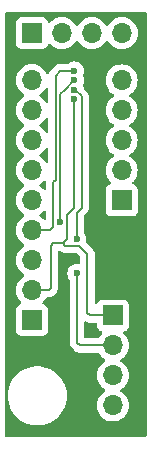
<source format=gtl>
%TF.GenerationSoftware,KiCad,Pcbnew,8.0.5*%
%TF.CreationDate,2024-12-11T17:42:57+10:00*%
%TF.ProjectId,solarRadiationShield,736f6c61-7252-4616-9469-6174696f6e53,rev?*%
%TF.SameCoordinates,Original*%
%TF.FileFunction,Copper,L1,Top*%
%TF.FilePolarity,Positive*%
%FSLAX46Y46*%
G04 Gerber Fmt 4.6, Leading zero omitted, Abs format (unit mm)*
G04 Created by KiCad (PCBNEW 8.0.5) date 2024-12-11 17:42:57*
%MOMM*%
%LPD*%
G01*
G04 APERTURE LIST*
%TA.AperFunction,ComponentPad*%
%ADD10R,1.700000X1.700000*%
%TD*%
%TA.AperFunction,ComponentPad*%
%ADD11O,1.700000X1.700000*%
%TD*%
%TA.AperFunction,ViaPad*%
%ADD12C,0.600000*%
%TD*%
%TA.AperFunction,Conductor*%
%ADD13C,0.200000*%
%TD*%
%ADD14C,0.300000*%
%ADD15C,0.350000*%
G04 APERTURE END LIST*
D10*
%TO.P,INSIG1,1,Pin_1*%
%TO.N,+3.3V*%
X126600000Y-77775000D03*
D11*
%TO.P,INSIG1,2,Pin_2*%
%TO.N,GND*%
X129140000Y-77775000D03*
%TO.P,INSIG1,3,Pin_3*%
%TO.N,SDA*%
X131680000Y-77775000D03*
%TO.P,INSIG1,4,Pin_4*%
%TO.N,SCL*%
X134220000Y-77775000D03*
%TD*%
D10*
%TO.P,AHT20,1,Pin_1*%
%TO.N,+3.3V*%
X133450000Y-101675000D03*
D11*
%TO.P,AHT20,2,Pin_2*%
%TO.N,GND*%
X133450000Y-104215000D03*
%TO.P,AHT20,3,Pin_3*%
%TO.N,SCL*%
X133450000Y-106755000D03*
%TO.P,AHT20,4,Pin_4*%
%TO.N,SDA*%
X133450000Y-109295000D03*
%TD*%
D10*
%TO.P,lpsExtraFunc1,1,Pin_1*%
%TO.N,VDD*%
X134200000Y-91925000D03*
D11*
%TO.P,lpsExtraFunc1,2,Pin_2*%
%TO.N,SDO{slash}SA0*%
X134200000Y-89385000D03*
%TO.P,lpsExtraFunc1,3,Pin_3*%
%TO.N,CS*%
X134200000Y-86845000D03*
%TO.P,lpsExtraFunc1,4,Pin_4*%
%TO.N,INT2*%
X134200000Y-84305000D03*
%TO.P,lpsExtraFunc1,5,Pin_5*%
%TO.N,INT1*%
X134200000Y-81765000D03*
%TD*%
D10*
%TO.P,LPS331AP1,1,Pin_1*%
%TO.N,VDD*%
X126600000Y-102075000D03*
D11*
%TO.P,LPS331AP1,2,Pin_2*%
%TO.N,+3.3V*%
X126600000Y-99535000D03*
%TO.P,LPS331AP1,3,Pin_3*%
%TO.N,GND*%
X126600000Y-96995000D03*
%TO.P,LPS331AP1,4,Pin_4*%
%TO.N,SDA*%
X126600000Y-94455000D03*
%TO.P,LPS331AP1,5,Pin_5*%
%TO.N,SCL*%
X126600000Y-91915000D03*
%TO.P,LPS331AP1,6,Pin_6*%
%TO.N,SDO{slash}SA0*%
X126600000Y-89375000D03*
%TO.P,LPS331AP1,7,Pin_7*%
%TO.N,CS*%
X126600000Y-86835000D03*
%TO.P,LPS331AP1,8,Pin_8*%
%TO.N,INT2*%
X126600000Y-84295000D03*
%TO.P,LPS331AP1,9,Pin_9*%
%TO.N,INT1*%
X126600000Y-81755000D03*
%TD*%
D12*
%TO.N,SDA*%
X130200000Y-80975000D03*
%TO.N,+3.3V*%
X130200000Y-83375000D03*
%TO.N,SCL*%
X129000000Y-93775000D03*
X130200000Y-81775000D03*
%TO.N,GND*%
X130400000Y-95175000D03*
X130400000Y-98115000D03*
X130200000Y-82575000D03*
%TD*%
D13*
%TO.N,SDA*%
X130200000Y-80975000D02*
X129000000Y-80975000D01*
X128600000Y-81375000D02*
X128600000Y-90175000D01*
X128400000Y-94175000D02*
X128120000Y-94455000D01*
X129000000Y-80975000D02*
X128600000Y-81375000D01*
X128600000Y-90175000D02*
X128400000Y-90375000D01*
X128400000Y-90375000D02*
X128400000Y-94175000D01*
X128120000Y-94455000D02*
X126600000Y-94455000D01*
%TO.N,+3.3V*%
X130200000Y-83375000D02*
X130200000Y-92575000D01*
X131500000Y-101675000D02*
X131300000Y-101475000D01*
X128400000Y-95575000D02*
X128200000Y-95775000D01*
X129200000Y-95575000D02*
X128400000Y-95575000D01*
X128040000Y-99535000D02*
X128200000Y-99375000D01*
X126600000Y-99535000D02*
X128040000Y-99535000D01*
X129600000Y-95175000D02*
X129600000Y-93175000D01*
X129200000Y-95575000D02*
X129400000Y-95775000D01*
X128200000Y-95775000D02*
X128200000Y-99375000D01*
X129200000Y-95575000D02*
X129600000Y-95175000D01*
X130600000Y-95775000D02*
X131300000Y-96475000D01*
X129600000Y-93175000D02*
X130200000Y-92575000D01*
X133450000Y-101675000D02*
X131500000Y-101675000D01*
X129400000Y-95775000D02*
X130600000Y-95775000D01*
X131300000Y-101475000D02*
X131300000Y-96475000D01*
%TO.N,SCL*%
X130151471Y-81775000D02*
X129375735Y-82550735D01*
X129375735Y-82550735D02*
X129000000Y-82926470D01*
X129000000Y-82926470D02*
X129000000Y-93775000D01*
X130200000Y-81775000D02*
X130151471Y-81775000D01*
%TO.N,GND*%
X130400000Y-92975000D02*
X130800000Y-92575000D01*
X130248529Y-82575000D02*
X130800000Y-83126471D01*
X130200000Y-82575000D02*
X130248529Y-82575000D01*
X130400000Y-95175000D02*
X130400000Y-92975000D01*
X130640000Y-104215000D02*
X130400000Y-103975000D01*
X133450000Y-104215000D02*
X130640000Y-104215000D01*
X130400000Y-98115000D02*
X130400000Y-103975000D01*
X130800000Y-83126471D02*
X130800000Y-92575000D01*
%TO.N,CS*%
X134190000Y-86835000D02*
X134200000Y-86845000D01*
%TO.N,INT1*%
X134190000Y-81755000D02*
X134200000Y-81765000D01*
%TO.N,SDO{slash}SA0*%
X134190000Y-89375000D02*
X134200000Y-89385000D01*
%TO.N,INT2*%
X134190000Y-84295000D02*
X134200000Y-84305000D01*
%TD*%
%TA.AperFunction,NonConductor*%
G36*
X136242539Y-75995185D02*
G01*
X136288294Y-76047989D01*
X136299500Y-76099500D01*
X136299500Y-111850500D01*
X136279815Y-111917539D01*
X136227011Y-111963294D01*
X136175500Y-111974500D01*
X124424500Y-111974500D01*
X124357461Y-111954815D01*
X124311706Y-111902011D01*
X124300500Y-111850500D01*
X124300500Y-108541586D01*
X124318955Y-108478737D01*
X124525538Y-108478737D01*
X124543477Y-108506651D01*
X124548255Y-108533800D01*
X124564310Y-108789004D01*
X124564311Y-108789011D01*
X124623270Y-109098083D01*
X124720497Y-109397316D01*
X124720499Y-109397321D01*
X124854461Y-109682003D01*
X124854464Y-109682009D01*
X125023051Y-109947661D01*
X125023054Y-109947665D01*
X125223606Y-110190090D01*
X125223608Y-110190092D01*
X125452968Y-110405476D01*
X125452978Y-110405484D01*
X125707504Y-110590408D01*
X125707509Y-110590410D01*
X125707516Y-110590416D01*
X125983234Y-110741994D01*
X125983239Y-110741996D01*
X125983241Y-110741997D01*
X125983242Y-110741998D01*
X126275771Y-110857818D01*
X126275774Y-110857819D01*
X126580523Y-110936065D01*
X126580527Y-110936066D01*
X126646010Y-110944338D01*
X126892670Y-110975499D01*
X126892679Y-110975499D01*
X126892682Y-110975500D01*
X126892684Y-110975500D01*
X127207316Y-110975500D01*
X127207318Y-110975500D01*
X127207321Y-110975499D01*
X127207329Y-110975499D01*
X127393593Y-110951968D01*
X127519473Y-110936066D01*
X127824225Y-110857819D01*
X127824228Y-110857818D01*
X128116757Y-110741998D01*
X128116758Y-110741997D01*
X128116756Y-110741997D01*
X128116766Y-110741994D01*
X128392484Y-110590416D01*
X128647030Y-110405478D01*
X128876390Y-110190094D01*
X129076947Y-109947663D01*
X129245537Y-109682007D01*
X129379503Y-109397315D01*
X129476731Y-109098079D01*
X129535688Y-108789015D01*
X129539916Y-108721810D01*
X129555444Y-108475005D01*
X129555444Y-108474994D01*
X129535689Y-108160995D01*
X129535688Y-108160988D01*
X129535688Y-108160985D01*
X129476731Y-107851921D01*
X129379503Y-107552685D01*
X129245537Y-107267993D01*
X129076947Y-107002337D01*
X129067083Y-106990413D01*
X128876393Y-106759909D01*
X128876391Y-106759907D01*
X128647031Y-106544523D01*
X128647021Y-106544515D01*
X128392495Y-106359591D01*
X128392488Y-106359586D01*
X128392484Y-106359584D01*
X128116766Y-106208006D01*
X128116763Y-106208004D01*
X128116758Y-106208002D01*
X128116757Y-106208001D01*
X127824228Y-106092181D01*
X127824225Y-106092180D01*
X127519476Y-106013934D01*
X127519463Y-106013932D01*
X127207329Y-105974500D01*
X127207318Y-105974500D01*
X126892682Y-105974500D01*
X126892670Y-105974500D01*
X126580536Y-106013932D01*
X126580523Y-106013934D01*
X126275774Y-106092180D01*
X126275771Y-106092181D01*
X125983242Y-106208001D01*
X125983241Y-106208002D01*
X125707516Y-106359584D01*
X125707504Y-106359591D01*
X125452978Y-106544515D01*
X125452968Y-106544523D01*
X125223608Y-106759907D01*
X125223606Y-106759909D01*
X125023054Y-107002334D01*
X125023051Y-107002338D01*
X124854464Y-107267990D01*
X124854461Y-107267996D01*
X124720499Y-107552678D01*
X124720497Y-107552683D01*
X124623270Y-107851916D01*
X124564311Y-108160988D01*
X124564310Y-108160995D01*
X124548255Y-108416199D01*
X124525538Y-108478737D01*
X124318955Y-108478737D01*
X124320185Y-108474547D01*
X124323533Y-108471645D01*
X124303564Y-108435808D01*
X124300500Y-108408413D01*
X124300500Y-81754999D01*
X125244341Y-81754999D01*
X125244341Y-81755000D01*
X125264936Y-81990403D01*
X125264938Y-81990413D01*
X125326094Y-82218655D01*
X125326096Y-82218659D01*
X125326097Y-82218663D01*
X125408670Y-82395741D01*
X125425965Y-82432830D01*
X125425967Y-82432834D01*
X125534281Y-82587521D01*
X125561501Y-82626396D01*
X125561506Y-82626402D01*
X125728597Y-82793493D01*
X125728603Y-82793498D01*
X125914158Y-82923425D01*
X125957783Y-82978002D01*
X125964977Y-83047500D01*
X125933454Y-83109855D01*
X125914158Y-83126575D01*
X125728597Y-83256505D01*
X125561505Y-83423597D01*
X125425965Y-83617169D01*
X125425964Y-83617171D01*
X125326098Y-83831335D01*
X125326094Y-83831344D01*
X125264938Y-84059586D01*
X125264936Y-84059596D01*
X125244341Y-84294999D01*
X125244341Y-84295000D01*
X125264936Y-84530403D01*
X125264938Y-84530413D01*
X125326094Y-84758655D01*
X125326096Y-84758659D01*
X125326097Y-84758663D01*
X125417040Y-84953691D01*
X125425965Y-84972830D01*
X125425967Y-84972834D01*
X125534281Y-85127521D01*
X125561501Y-85166396D01*
X125561506Y-85166402D01*
X125728597Y-85333493D01*
X125728603Y-85333498D01*
X125914158Y-85463425D01*
X125957783Y-85518002D01*
X125964977Y-85587500D01*
X125933454Y-85649855D01*
X125914158Y-85666575D01*
X125728597Y-85796505D01*
X125561505Y-85963597D01*
X125425965Y-86157169D01*
X125425964Y-86157171D01*
X125326098Y-86371335D01*
X125326094Y-86371344D01*
X125264938Y-86599586D01*
X125264936Y-86599596D01*
X125244341Y-86834999D01*
X125244341Y-86835000D01*
X125264936Y-87070403D01*
X125264938Y-87070413D01*
X125326094Y-87298655D01*
X125326096Y-87298659D01*
X125326097Y-87298663D01*
X125417040Y-87493691D01*
X125425965Y-87512830D01*
X125425967Y-87512834D01*
X125534281Y-87667521D01*
X125561501Y-87706396D01*
X125561506Y-87706402D01*
X125728597Y-87873493D01*
X125728603Y-87873498D01*
X125914158Y-88003425D01*
X125957783Y-88058002D01*
X125964977Y-88127500D01*
X125933454Y-88189855D01*
X125914158Y-88206575D01*
X125728597Y-88336505D01*
X125561505Y-88503597D01*
X125425965Y-88697169D01*
X125425964Y-88697171D01*
X125326098Y-88911335D01*
X125326094Y-88911344D01*
X125264938Y-89139586D01*
X125264936Y-89139596D01*
X125244341Y-89374999D01*
X125244341Y-89375000D01*
X125264936Y-89610403D01*
X125264938Y-89610413D01*
X125326094Y-89838655D01*
X125326096Y-89838659D01*
X125326097Y-89838663D01*
X125330761Y-89848664D01*
X125425965Y-90052830D01*
X125425967Y-90052834D01*
X125561501Y-90246395D01*
X125561506Y-90246402D01*
X125728597Y-90413493D01*
X125728603Y-90413498D01*
X125914158Y-90543425D01*
X125957783Y-90598002D01*
X125964977Y-90667500D01*
X125933454Y-90729855D01*
X125914158Y-90746575D01*
X125728597Y-90876505D01*
X125561505Y-91043597D01*
X125425965Y-91237169D01*
X125425964Y-91237171D01*
X125326098Y-91451335D01*
X125326094Y-91451344D01*
X125264938Y-91679586D01*
X125264936Y-91679596D01*
X125244341Y-91914999D01*
X125244341Y-91915000D01*
X125264936Y-92150403D01*
X125264938Y-92150413D01*
X125326094Y-92378655D01*
X125326096Y-92378659D01*
X125326097Y-92378663D01*
X125400500Y-92538220D01*
X125425965Y-92592830D01*
X125425967Y-92592834D01*
X125561501Y-92786395D01*
X125561506Y-92786402D01*
X125728597Y-92953493D01*
X125728603Y-92953498D01*
X125914158Y-93083425D01*
X125957783Y-93138002D01*
X125964977Y-93207500D01*
X125933454Y-93269855D01*
X125914158Y-93286575D01*
X125728597Y-93416505D01*
X125561505Y-93583597D01*
X125425965Y-93777169D01*
X125425964Y-93777171D01*
X125326098Y-93991335D01*
X125326094Y-93991344D01*
X125264938Y-94219586D01*
X125264936Y-94219596D01*
X125244341Y-94454999D01*
X125244341Y-94455000D01*
X125264936Y-94690403D01*
X125264938Y-94690413D01*
X125326094Y-94918655D01*
X125326096Y-94918659D01*
X125326097Y-94918663D01*
X125389906Y-95055501D01*
X125425965Y-95132830D01*
X125425967Y-95132834D01*
X125561501Y-95326395D01*
X125561506Y-95326402D01*
X125728597Y-95493493D01*
X125728603Y-95493498D01*
X125914158Y-95623425D01*
X125957783Y-95678002D01*
X125964977Y-95747500D01*
X125933454Y-95809855D01*
X125914158Y-95826575D01*
X125728597Y-95956505D01*
X125561505Y-96123597D01*
X125425965Y-96317169D01*
X125425964Y-96317171D01*
X125326098Y-96531335D01*
X125326094Y-96531344D01*
X125264938Y-96759586D01*
X125264936Y-96759596D01*
X125244341Y-96994999D01*
X125244341Y-96995000D01*
X125264936Y-97230403D01*
X125264938Y-97230413D01*
X125326094Y-97458655D01*
X125326096Y-97458659D01*
X125326097Y-97458663D01*
X125338464Y-97485184D01*
X125425965Y-97672830D01*
X125425967Y-97672834D01*
X125561501Y-97866395D01*
X125561506Y-97866402D01*
X125728597Y-98033493D01*
X125728603Y-98033498D01*
X125914158Y-98163425D01*
X125957783Y-98218002D01*
X125964977Y-98287500D01*
X125933454Y-98349855D01*
X125914158Y-98366575D01*
X125728597Y-98496505D01*
X125561505Y-98663597D01*
X125425965Y-98857169D01*
X125425964Y-98857171D01*
X125326098Y-99071335D01*
X125326094Y-99071344D01*
X125264938Y-99299586D01*
X125264936Y-99299596D01*
X125244341Y-99534999D01*
X125244341Y-99535000D01*
X125264936Y-99770403D01*
X125264938Y-99770413D01*
X125326094Y-99998655D01*
X125326096Y-99998659D01*
X125326097Y-99998663D01*
X125389906Y-100135501D01*
X125425965Y-100212830D01*
X125425967Y-100212834D01*
X125504157Y-100324500D01*
X125561501Y-100406396D01*
X125561506Y-100406402D01*
X125683430Y-100528326D01*
X125716915Y-100589649D01*
X125711931Y-100659341D01*
X125670059Y-100715274D01*
X125639083Y-100732189D01*
X125507669Y-100781203D01*
X125507664Y-100781206D01*
X125392455Y-100867452D01*
X125392452Y-100867455D01*
X125306206Y-100982664D01*
X125306202Y-100982671D01*
X125255908Y-101117517D01*
X125249501Y-101177116D01*
X125249501Y-101177123D01*
X125249500Y-101177135D01*
X125249500Y-102972870D01*
X125249501Y-102972876D01*
X125255908Y-103032483D01*
X125306202Y-103167328D01*
X125306206Y-103167335D01*
X125392452Y-103282544D01*
X125392455Y-103282547D01*
X125507664Y-103368793D01*
X125507671Y-103368797D01*
X125642517Y-103419091D01*
X125642516Y-103419091D01*
X125649444Y-103419835D01*
X125702127Y-103425500D01*
X127497872Y-103425499D01*
X127557483Y-103419091D01*
X127692331Y-103368796D01*
X127807546Y-103282546D01*
X127893796Y-103167331D01*
X127944091Y-103032483D01*
X127950500Y-102972873D01*
X127950499Y-101177128D01*
X127944091Y-101117517D01*
X127893796Y-100982669D01*
X127893795Y-100982668D01*
X127893793Y-100982664D01*
X127807547Y-100867455D01*
X127807544Y-100867452D01*
X127692335Y-100781206D01*
X127692328Y-100781202D01*
X127560917Y-100732189D01*
X127504983Y-100690318D01*
X127480566Y-100624853D01*
X127495418Y-100556580D01*
X127516563Y-100528332D01*
X127638495Y-100406401D01*
X127774035Y-100212830D01*
X127776707Y-100207097D01*
X127822878Y-100154658D01*
X127889091Y-100135500D01*
X127953331Y-100135500D01*
X127953347Y-100135501D01*
X127960943Y-100135501D01*
X128119054Y-100135501D01*
X128119057Y-100135501D01*
X128271785Y-100094577D01*
X128321904Y-100065639D01*
X128408716Y-100015520D01*
X128520520Y-99903716D01*
X128520520Y-99903714D01*
X128530728Y-99893507D01*
X128530730Y-99893504D01*
X128558506Y-99865728D01*
X128558511Y-99865724D01*
X128568714Y-99855520D01*
X128568716Y-99855520D01*
X128680520Y-99743716D01*
X128755375Y-99614063D01*
X128755378Y-99614058D01*
X128759575Y-99606788D01*
X128759577Y-99606785D01*
X128800500Y-99454057D01*
X128800500Y-99295943D01*
X128800500Y-96324098D01*
X128820185Y-96257059D01*
X128872989Y-96211304D01*
X128942147Y-96201360D01*
X129005703Y-96230385D01*
X129012181Y-96236417D01*
X129031284Y-96255520D01*
X129031286Y-96255521D01*
X129031290Y-96255524D01*
X129168209Y-96334573D01*
X129168216Y-96334577D01*
X129320943Y-96375501D01*
X129320945Y-96375501D01*
X129486654Y-96375501D01*
X129486670Y-96375500D01*
X130299903Y-96375500D01*
X130366942Y-96395185D01*
X130387584Y-96411819D01*
X130663181Y-96687416D01*
X130696666Y-96748739D01*
X130699500Y-96775097D01*
X130699500Y-97204424D01*
X130679815Y-97271463D01*
X130627011Y-97317218D01*
X130561617Y-97327644D01*
X130400004Y-97309435D01*
X130399996Y-97309435D01*
X130220750Y-97329630D01*
X130220745Y-97329631D01*
X130050476Y-97389211D01*
X129897737Y-97485184D01*
X129770184Y-97612737D01*
X129674211Y-97765476D01*
X129614631Y-97935745D01*
X129614630Y-97935750D01*
X129594435Y-98114996D01*
X129594435Y-98115003D01*
X129614630Y-98294249D01*
X129614631Y-98294254D01*
X129674211Y-98464523D01*
X129770185Y-98617263D01*
X129772445Y-98620097D01*
X129773334Y-98622275D01*
X129773889Y-98623158D01*
X129773734Y-98623255D01*
X129798855Y-98684783D01*
X129799500Y-98697412D01*
X129799500Y-103888330D01*
X129799499Y-103888348D01*
X129799499Y-104054054D01*
X129799498Y-104054054D01*
X129840423Y-104206785D01*
X129845166Y-104215000D01*
X129919477Y-104343712D01*
X129919481Y-104343717D01*
X130038349Y-104462585D01*
X130038355Y-104462590D01*
X130155139Y-104579374D01*
X130155149Y-104579385D01*
X130159479Y-104583715D01*
X130159480Y-104583716D01*
X130271284Y-104695520D01*
X130358095Y-104745639D01*
X130358097Y-104745641D01*
X130408213Y-104774576D01*
X130408215Y-104774577D01*
X130560942Y-104815500D01*
X130560943Y-104815500D01*
X132160909Y-104815500D01*
X132227948Y-104835185D01*
X132273292Y-104887097D01*
X132275965Y-104892830D01*
X132275966Y-104892831D01*
X132411501Y-105086395D01*
X132411506Y-105086402D01*
X132578597Y-105253493D01*
X132578603Y-105253498D01*
X132764158Y-105383425D01*
X132807783Y-105438002D01*
X132814977Y-105507500D01*
X132783454Y-105569855D01*
X132764158Y-105586575D01*
X132578597Y-105716505D01*
X132411505Y-105883597D01*
X132275965Y-106077169D01*
X132275964Y-106077171D01*
X132176098Y-106291335D01*
X132176094Y-106291344D01*
X132114938Y-106519586D01*
X132114936Y-106519596D01*
X132094341Y-106754999D01*
X132094341Y-106755000D01*
X132114936Y-106990403D01*
X132114938Y-106990413D01*
X132176094Y-107218655D01*
X132176096Y-107218659D01*
X132176097Y-107218663D01*
X132247498Y-107371782D01*
X132275965Y-107432830D01*
X132275967Y-107432834D01*
X132411501Y-107626395D01*
X132411506Y-107626402D01*
X132578597Y-107793493D01*
X132578603Y-107793498D01*
X132764158Y-107923425D01*
X132807783Y-107978002D01*
X132814977Y-108047500D01*
X132783454Y-108109855D01*
X132764158Y-108126575D01*
X132578597Y-108256505D01*
X132411505Y-108423597D01*
X132275965Y-108617169D01*
X132275964Y-108617171D01*
X132176098Y-108831335D01*
X132176094Y-108831344D01*
X132114938Y-109059586D01*
X132114936Y-109059596D01*
X132094341Y-109294999D01*
X132094341Y-109295000D01*
X132114936Y-109530403D01*
X132114938Y-109530413D01*
X132176094Y-109758655D01*
X132176096Y-109758659D01*
X132176097Y-109758663D01*
X132264229Y-109947663D01*
X132275965Y-109972830D01*
X132275967Y-109972834D01*
X132384281Y-110127521D01*
X132411505Y-110166401D01*
X132578599Y-110333495D01*
X132675384Y-110401265D01*
X132772165Y-110469032D01*
X132772167Y-110469033D01*
X132772170Y-110469035D01*
X132986337Y-110568903D01*
X133214592Y-110630063D01*
X133402918Y-110646539D01*
X133449999Y-110650659D01*
X133450000Y-110650659D01*
X133450001Y-110650659D01*
X133489234Y-110647226D01*
X133685408Y-110630063D01*
X133913663Y-110568903D01*
X134127830Y-110469035D01*
X134321401Y-110333495D01*
X134488495Y-110166401D01*
X134624035Y-109972830D01*
X134723903Y-109758663D01*
X134785063Y-109530408D01*
X134805659Y-109295000D01*
X134785063Y-109059592D01*
X134723903Y-108831337D01*
X134624035Y-108617171D01*
X134565659Y-108533800D01*
X134488494Y-108423597D01*
X134321402Y-108256506D01*
X134321396Y-108256501D01*
X134135842Y-108126575D01*
X134092217Y-108071998D01*
X134085023Y-108002500D01*
X134116546Y-107940145D01*
X134135842Y-107923425D01*
X134237967Y-107851916D01*
X134321401Y-107793495D01*
X134488495Y-107626401D01*
X134624035Y-107432830D01*
X134723903Y-107218663D01*
X134785063Y-106990408D01*
X134805659Y-106755000D01*
X134785063Y-106519592D01*
X134723903Y-106291337D01*
X134624035Y-106077171D01*
X134579757Y-106013934D01*
X134488494Y-105883597D01*
X134321402Y-105716506D01*
X134321396Y-105716501D01*
X134135842Y-105586575D01*
X134092217Y-105531998D01*
X134085023Y-105462500D01*
X134116546Y-105400145D01*
X134135842Y-105383425D01*
X134158026Y-105367891D01*
X134321401Y-105253495D01*
X134488495Y-105086401D01*
X134624035Y-104892830D01*
X134723903Y-104678663D01*
X134785063Y-104450408D01*
X134805659Y-104215000D01*
X134785063Y-103979592D01*
X134723903Y-103751337D01*
X134624035Y-103537171D01*
X134624034Y-103537169D01*
X134488496Y-103343600D01*
X134488495Y-103343599D01*
X134366567Y-103221671D01*
X134333084Y-103160351D01*
X134338068Y-103090659D01*
X134379939Y-103034725D01*
X134410915Y-103017810D01*
X134542331Y-102968796D01*
X134657546Y-102882546D01*
X134743796Y-102767331D01*
X134794091Y-102632483D01*
X134800500Y-102572873D01*
X134800499Y-100777128D01*
X134794091Y-100717517D01*
X134793254Y-100715274D01*
X134743797Y-100582671D01*
X134743793Y-100582664D01*
X134657547Y-100467455D01*
X134657544Y-100467452D01*
X134542335Y-100381206D01*
X134542328Y-100381202D01*
X134407482Y-100330908D01*
X134407483Y-100330908D01*
X134347883Y-100324501D01*
X134347881Y-100324500D01*
X134347873Y-100324500D01*
X134347864Y-100324500D01*
X132552129Y-100324500D01*
X132552123Y-100324501D01*
X132492516Y-100330908D01*
X132357671Y-100381202D01*
X132357664Y-100381206D01*
X132242455Y-100467452D01*
X132242452Y-100467455D01*
X132156206Y-100582664D01*
X132156202Y-100582671D01*
X132140682Y-100624284D01*
X132098811Y-100680218D01*
X132033346Y-100704635D01*
X131965073Y-100689783D01*
X131915668Y-100640378D01*
X131900500Y-100580951D01*
X131900500Y-96395945D01*
X131900500Y-96395943D01*
X131859577Y-96243216D01*
X131790516Y-96123597D01*
X131780524Y-96106290D01*
X131780521Y-96106286D01*
X131780520Y-96106284D01*
X131668716Y-95994480D01*
X131668715Y-95994479D01*
X131664385Y-95990149D01*
X131664374Y-95990139D01*
X131199796Y-95525561D01*
X131166311Y-95464238D01*
X131170435Y-95396928D01*
X131185368Y-95354255D01*
X131205565Y-95175000D01*
X131200814Y-95132834D01*
X131185369Y-94995750D01*
X131185368Y-94995745D01*
X131125788Y-94825476D01*
X131040922Y-94690413D01*
X131029816Y-94672738D01*
X131029814Y-94672736D01*
X131029813Y-94672734D01*
X131027550Y-94669896D01*
X131026659Y-94667715D01*
X131026111Y-94666842D01*
X131026264Y-94666745D01*
X131001144Y-94605209D01*
X131000500Y-94592587D01*
X131000500Y-93275097D01*
X131020185Y-93208058D01*
X131036814Y-93187420D01*
X131158506Y-93065727D01*
X131158510Y-93065725D01*
X131168714Y-93055520D01*
X131168716Y-93055520D01*
X131280520Y-92943716D01*
X131359577Y-92806784D01*
X131400500Y-92654057D01*
X131400500Y-83215531D01*
X131400501Y-83215518D01*
X131400501Y-83047415D01*
X131400501Y-83047414D01*
X131359577Y-82894687D01*
X131359573Y-82894680D01*
X131280524Y-82757761D01*
X131280518Y-82757753D01*
X131159160Y-82636395D01*
X131024537Y-82501773D01*
X130991053Y-82440451D01*
X130989000Y-82427990D01*
X130985368Y-82395745D01*
X130983134Y-82389362D01*
X130923489Y-82218905D01*
X130925637Y-82218153D01*
X130916035Y-82159872D01*
X130924392Y-82131411D01*
X130923489Y-82131095D01*
X130985366Y-81954262D01*
X130985369Y-81954249D01*
X131005565Y-81775003D01*
X131005565Y-81774996D01*
X131004439Y-81764999D01*
X132844341Y-81764999D01*
X132844341Y-81765000D01*
X132864936Y-82000403D01*
X132864938Y-82000413D01*
X132926094Y-82228655D01*
X132926096Y-82228659D01*
X132926097Y-82228663D01*
X133004007Y-82395741D01*
X133025965Y-82442830D01*
X133025967Y-82442834D01*
X133134281Y-82597521D01*
X133154499Y-82626396D01*
X133161501Y-82636395D01*
X133161506Y-82636402D01*
X133328597Y-82803493D01*
X133328603Y-82803498D01*
X133514158Y-82933425D01*
X133557783Y-82988002D01*
X133564977Y-83057500D01*
X133533454Y-83119855D01*
X133514158Y-83136575D01*
X133328597Y-83266505D01*
X133161505Y-83433597D01*
X133025965Y-83627169D01*
X133025964Y-83627171D01*
X132926098Y-83841335D01*
X132926094Y-83841344D01*
X132864938Y-84069586D01*
X132864936Y-84069596D01*
X132844341Y-84304999D01*
X132844341Y-84305000D01*
X132864936Y-84540403D01*
X132864938Y-84540413D01*
X132926094Y-84768655D01*
X132926096Y-84768659D01*
X132926097Y-84768663D01*
X133012377Y-84953691D01*
X133025965Y-84982830D01*
X133025967Y-84982834D01*
X133134281Y-85137521D01*
X133154499Y-85166396D01*
X133161501Y-85176395D01*
X133161506Y-85176402D01*
X133328597Y-85343493D01*
X133328603Y-85343498D01*
X133514158Y-85473425D01*
X133557783Y-85528002D01*
X133564977Y-85597500D01*
X133533454Y-85659855D01*
X133514158Y-85676575D01*
X133328597Y-85806505D01*
X133161505Y-85973597D01*
X133025965Y-86167169D01*
X133025964Y-86167171D01*
X132926098Y-86381335D01*
X132926094Y-86381344D01*
X132864938Y-86609586D01*
X132864936Y-86609596D01*
X132844341Y-86844999D01*
X132844341Y-86845000D01*
X132864936Y-87080403D01*
X132864938Y-87080413D01*
X132926094Y-87308655D01*
X132926096Y-87308659D01*
X132926097Y-87308663D01*
X133012377Y-87493691D01*
X133025965Y-87522830D01*
X133025967Y-87522834D01*
X133134281Y-87677521D01*
X133154499Y-87706396D01*
X133161501Y-87716395D01*
X133161506Y-87716402D01*
X133328597Y-87883493D01*
X133328603Y-87883498D01*
X133514158Y-88013425D01*
X133557783Y-88068002D01*
X133564977Y-88137500D01*
X133533454Y-88199855D01*
X133514158Y-88216575D01*
X133328597Y-88346505D01*
X133161505Y-88513597D01*
X133025965Y-88707169D01*
X133025964Y-88707171D01*
X132926098Y-88921335D01*
X132926094Y-88921344D01*
X132864938Y-89149586D01*
X132864936Y-89149596D01*
X132844341Y-89384999D01*
X132844341Y-89385000D01*
X132864936Y-89620403D01*
X132864938Y-89620413D01*
X132926094Y-89848655D01*
X132926096Y-89848659D01*
X132926097Y-89848663D01*
X132962283Y-89926264D01*
X133025965Y-90062830D01*
X133025967Y-90062834D01*
X133082251Y-90143215D01*
X133161501Y-90256396D01*
X133161506Y-90256402D01*
X133283430Y-90378326D01*
X133316915Y-90439649D01*
X133311931Y-90509341D01*
X133270059Y-90565274D01*
X133239083Y-90582189D01*
X133107669Y-90631203D01*
X133107664Y-90631206D01*
X132992455Y-90717452D01*
X132992452Y-90717455D01*
X132906206Y-90832664D01*
X132906202Y-90832671D01*
X132855908Y-90967517D01*
X132849501Y-91027116D01*
X132849501Y-91027123D01*
X132849500Y-91027135D01*
X132849500Y-92822870D01*
X132849501Y-92822876D01*
X132855908Y-92882483D01*
X132906202Y-93017328D01*
X132906206Y-93017335D01*
X132992452Y-93132544D01*
X132992455Y-93132547D01*
X133107664Y-93218793D01*
X133107671Y-93218797D01*
X133242517Y-93269091D01*
X133242516Y-93269091D01*
X133249444Y-93269835D01*
X133302127Y-93275500D01*
X135097872Y-93275499D01*
X135157483Y-93269091D01*
X135292331Y-93218796D01*
X135407546Y-93132546D01*
X135493796Y-93017331D01*
X135544091Y-92882483D01*
X135550500Y-92822873D01*
X135550499Y-91027128D01*
X135544091Y-90967517D01*
X135510144Y-90876501D01*
X135493797Y-90832671D01*
X135493793Y-90832664D01*
X135407547Y-90717455D01*
X135407544Y-90717452D01*
X135292335Y-90631206D01*
X135292328Y-90631202D01*
X135160917Y-90582189D01*
X135104983Y-90540318D01*
X135080566Y-90474853D01*
X135095418Y-90406580D01*
X135116563Y-90378332D01*
X135238495Y-90256401D01*
X135374035Y-90062830D01*
X135473903Y-89848663D01*
X135535063Y-89620408D01*
X135555659Y-89385000D01*
X135535063Y-89149592D01*
X135473903Y-88921337D01*
X135374035Y-88707171D01*
X135366923Y-88697013D01*
X135238494Y-88513597D01*
X135071402Y-88346506D01*
X135071396Y-88346501D01*
X134885842Y-88216575D01*
X134842217Y-88161998D01*
X134835023Y-88092500D01*
X134866546Y-88030145D01*
X134885842Y-88013425D01*
X134908026Y-87997891D01*
X135071401Y-87883495D01*
X135238495Y-87716401D01*
X135374035Y-87522830D01*
X135473903Y-87308663D01*
X135535063Y-87080408D01*
X135555659Y-86845000D01*
X135535063Y-86609592D01*
X135473903Y-86381337D01*
X135374035Y-86167171D01*
X135366923Y-86157013D01*
X135238494Y-85973597D01*
X135071402Y-85806506D01*
X135071396Y-85806501D01*
X134885842Y-85676575D01*
X134842217Y-85621998D01*
X134835023Y-85552500D01*
X134866546Y-85490145D01*
X134885842Y-85473425D01*
X134908026Y-85457891D01*
X135071401Y-85343495D01*
X135238495Y-85176401D01*
X135374035Y-84982830D01*
X135473903Y-84768663D01*
X135535063Y-84540408D01*
X135555659Y-84305000D01*
X135535063Y-84069592D01*
X135473903Y-83841337D01*
X135374035Y-83627171D01*
X135366923Y-83617013D01*
X135238494Y-83433597D01*
X135071402Y-83266506D01*
X135071396Y-83266501D01*
X134885842Y-83136575D01*
X134842217Y-83081998D01*
X134835023Y-83012500D01*
X134866546Y-82950145D01*
X134885842Y-82933425D01*
X134941175Y-82894680D01*
X135071401Y-82803495D01*
X135238495Y-82636401D01*
X135374035Y-82442830D01*
X135473903Y-82228663D01*
X135535063Y-82000408D01*
X135555659Y-81765000D01*
X135535063Y-81529592D01*
X135473903Y-81301337D01*
X135374035Y-81087171D01*
X135350850Y-81054058D01*
X135238494Y-80893597D01*
X135071402Y-80726506D01*
X135071395Y-80726501D01*
X135057119Y-80716505D01*
X134927120Y-80625478D01*
X134877834Y-80590967D01*
X134877830Y-80590965D01*
X134856383Y-80580964D01*
X134663663Y-80491097D01*
X134663659Y-80491096D01*
X134663655Y-80491094D01*
X134435413Y-80429938D01*
X134435403Y-80429936D01*
X134200001Y-80409341D01*
X134199999Y-80409341D01*
X133964596Y-80429936D01*
X133964586Y-80429938D01*
X133736344Y-80491094D01*
X133736335Y-80491098D01*
X133522171Y-80590964D01*
X133522169Y-80590965D01*
X133328597Y-80726505D01*
X133161505Y-80893597D01*
X133025965Y-81087169D01*
X133025964Y-81087171D01*
X132926098Y-81301335D01*
X132926094Y-81301344D01*
X132864938Y-81529586D01*
X132864936Y-81529596D01*
X132844341Y-81764999D01*
X131004439Y-81764999D01*
X130985369Y-81595750D01*
X130985366Y-81595737D01*
X130923489Y-81418905D01*
X130925637Y-81418153D01*
X130916035Y-81359872D01*
X130924392Y-81331411D01*
X130923489Y-81331095D01*
X130985366Y-81154262D01*
X130985369Y-81154249D01*
X131005565Y-80975003D01*
X131005565Y-80974996D01*
X130985369Y-80795750D01*
X130985368Y-80795745D01*
X130925788Y-80625476D01*
X130841352Y-80491098D01*
X130829816Y-80472738D01*
X130702262Y-80345184D01*
X130549523Y-80249211D01*
X130379254Y-80189631D01*
X130379249Y-80189630D01*
X130200004Y-80169435D01*
X130199996Y-80169435D01*
X130020750Y-80189630D01*
X130020745Y-80189631D01*
X129850476Y-80249211D01*
X129697736Y-80345185D01*
X129694903Y-80347445D01*
X129692724Y-80348334D01*
X129691842Y-80348889D01*
X129691744Y-80348734D01*
X129630217Y-80373855D01*
X129617588Y-80374500D01*
X128920940Y-80374500D01*
X128880019Y-80385464D01*
X128880019Y-80385465D01*
X128842751Y-80395451D01*
X128768214Y-80415423D01*
X128768209Y-80415426D01*
X128631290Y-80494475D01*
X128631282Y-80494481D01*
X128119479Y-81006284D01*
X128100092Y-81039864D01*
X128091898Y-81054058D01*
X128078555Y-81077169D01*
X128040422Y-81143215D01*
X128037442Y-81150412D01*
X127993602Y-81204816D01*
X127927308Y-81226882D01*
X127859608Y-81209604D01*
X127811997Y-81158467D01*
X127810498Y-81155366D01*
X127774035Y-81077171D01*
X127774034Y-81077169D01*
X127638494Y-80883597D01*
X127471402Y-80716506D01*
X127471395Y-80716501D01*
X127277834Y-80580967D01*
X127277830Y-80580965D01*
X127277828Y-80580964D01*
X127063663Y-80481097D01*
X127063659Y-80481096D01*
X127063655Y-80481094D01*
X126835413Y-80419938D01*
X126835403Y-80419936D01*
X126600001Y-80399341D01*
X126599999Y-80399341D01*
X126364596Y-80419936D01*
X126364586Y-80419938D01*
X126136344Y-80481094D01*
X126136335Y-80481098D01*
X125922171Y-80580964D01*
X125922169Y-80580965D01*
X125728597Y-80716505D01*
X125561505Y-80883597D01*
X125425965Y-81077169D01*
X125425964Y-81077171D01*
X125326098Y-81291335D01*
X125326094Y-81291344D01*
X125264938Y-81519586D01*
X125264936Y-81519596D01*
X125244341Y-81754999D01*
X124300500Y-81754999D01*
X124300500Y-76877135D01*
X125249500Y-76877135D01*
X125249500Y-78672870D01*
X125249501Y-78672876D01*
X125255908Y-78732483D01*
X125306202Y-78867328D01*
X125306206Y-78867335D01*
X125392452Y-78982544D01*
X125392455Y-78982547D01*
X125507664Y-79068793D01*
X125507671Y-79068797D01*
X125642517Y-79119091D01*
X125642516Y-79119091D01*
X125649444Y-79119835D01*
X125702127Y-79125500D01*
X127497872Y-79125499D01*
X127557483Y-79119091D01*
X127692331Y-79068796D01*
X127807546Y-78982546D01*
X127893796Y-78867331D01*
X127942810Y-78735916D01*
X127984681Y-78679984D01*
X128050145Y-78655566D01*
X128118418Y-78670417D01*
X128146673Y-78691569D01*
X128268599Y-78813495D01*
X128365384Y-78881265D01*
X128462165Y-78949032D01*
X128462167Y-78949033D01*
X128462170Y-78949035D01*
X128676337Y-79048903D01*
X128904592Y-79110063D01*
X129081034Y-79125500D01*
X129139999Y-79130659D01*
X129140000Y-79130659D01*
X129140001Y-79130659D01*
X129198966Y-79125500D01*
X129375408Y-79110063D01*
X129603663Y-79048903D01*
X129817830Y-78949035D01*
X130011401Y-78813495D01*
X130178495Y-78646401D01*
X130308425Y-78460842D01*
X130363002Y-78417217D01*
X130432500Y-78410023D01*
X130494855Y-78441546D01*
X130511575Y-78460842D01*
X130641500Y-78646395D01*
X130641505Y-78646401D01*
X130808599Y-78813495D01*
X130905384Y-78881265D01*
X131002165Y-78949032D01*
X131002167Y-78949033D01*
X131002170Y-78949035D01*
X131216337Y-79048903D01*
X131444592Y-79110063D01*
X131621034Y-79125500D01*
X131679999Y-79130659D01*
X131680000Y-79130659D01*
X131680001Y-79130659D01*
X131738966Y-79125500D01*
X131915408Y-79110063D01*
X132143663Y-79048903D01*
X132357830Y-78949035D01*
X132551401Y-78813495D01*
X132718495Y-78646401D01*
X132848425Y-78460842D01*
X132903002Y-78417217D01*
X132972500Y-78410023D01*
X133034855Y-78441546D01*
X133051575Y-78460842D01*
X133181500Y-78646395D01*
X133181505Y-78646401D01*
X133348599Y-78813495D01*
X133445384Y-78881265D01*
X133542165Y-78949032D01*
X133542167Y-78949033D01*
X133542170Y-78949035D01*
X133756337Y-79048903D01*
X133984592Y-79110063D01*
X134161034Y-79125500D01*
X134219999Y-79130659D01*
X134220000Y-79130659D01*
X134220001Y-79130659D01*
X134278966Y-79125500D01*
X134455408Y-79110063D01*
X134683663Y-79048903D01*
X134897830Y-78949035D01*
X135091401Y-78813495D01*
X135258495Y-78646401D01*
X135394035Y-78452830D01*
X135493903Y-78238663D01*
X135555063Y-78010408D01*
X135575659Y-77775000D01*
X135555063Y-77539592D01*
X135493903Y-77311337D01*
X135394035Y-77097171D01*
X135388425Y-77089158D01*
X135258494Y-76903597D01*
X135091402Y-76736506D01*
X135091395Y-76736501D01*
X134897834Y-76600967D01*
X134897830Y-76600965D01*
X134897828Y-76600964D01*
X134683663Y-76501097D01*
X134683659Y-76501096D01*
X134683655Y-76501094D01*
X134455413Y-76439938D01*
X134455403Y-76439936D01*
X134220001Y-76419341D01*
X134219999Y-76419341D01*
X133984596Y-76439936D01*
X133984586Y-76439938D01*
X133756344Y-76501094D01*
X133756335Y-76501098D01*
X133542171Y-76600964D01*
X133542169Y-76600965D01*
X133348597Y-76736505D01*
X133181505Y-76903597D01*
X133051575Y-77089158D01*
X132996998Y-77132783D01*
X132927500Y-77139977D01*
X132865145Y-77108454D01*
X132848425Y-77089158D01*
X132718494Y-76903597D01*
X132551402Y-76736506D01*
X132551395Y-76736501D01*
X132357834Y-76600967D01*
X132357830Y-76600965D01*
X132357828Y-76600964D01*
X132143663Y-76501097D01*
X132143659Y-76501096D01*
X132143655Y-76501094D01*
X131915413Y-76439938D01*
X131915403Y-76439936D01*
X131680001Y-76419341D01*
X131679999Y-76419341D01*
X131444596Y-76439936D01*
X131444586Y-76439938D01*
X131216344Y-76501094D01*
X131216335Y-76501098D01*
X131002171Y-76600964D01*
X131002169Y-76600965D01*
X130808597Y-76736505D01*
X130641505Y-76903597D01*
X130511575Y-77089158D01*
X130456998Y-77132783D01*
X130387500Y-77139977D01*
X130325145Y-77108454D01*
X130308425Y-77089158D01*
X130178494Y-76903597D01*
X130011402Y-76736506D01*
X130011395Y-76736501D01*
X129817834Y-76600967D01*
X129817830Y-76600965D01*
X129817828Y-76600964D01*
X129603663Y-76501097D01*
X129603659Y-76501096D01*
X129603655Y-76501094D01*
X129375413Y-76439938D01*
X129375403Y-76439936D01*
X129140001Y-76419341D01*
X129139999Y-76419341D01*
X128904596Y-76439936D01*
X128904586Y-76439938D01*
X128676344Y-76501094D01*
X128676335Y-76501098D01*
X128462171Y-76600964D01*
X128462169Y-76600965D01*
X128268600Y-76736503D01*
X128146673Y-76858430D01*
X128085350Y-76891914D01*
X128015658Y-76886930D01*
X127959725Y-76845058D01*
X127942810Y-76814081D01*
X127893797Y-76682671D01*
X127893793Y-76682664D01*
X127807547Y-76567455D01*
X127807544Y-76567452D01*
X127692335Y-76481206D01*
X127692328Y-76481202D01*
X127557482Y-76430908D01*
X127557483Y-76430908D01*
X127497883Y-76424501D01*
X127497881Y-76424500D01*
X127497873Y-76424500D01*
X127497864Y-76424500D01*
X125702129Y-76424500D01*
X125702123Y-76424501D01*
X125642516Y-76430908D01*
X125507671Y-76481202D01*
X125507664Y-76481206D01*
X125392455Y-76567452D01*
X125392452Y-76567455D01*
X125306206Y-76682664D01*
X125306202Y-76682671D01*
X125255908Y-76817517D01*
X125249501Y-76877116D01*
X125249500Y-76877135D01*
X124300500Y-76877135D01*
X124300500Y-76099500D01*
X124320185Y-76032461D01*
X124372989Y-75986706D01*
X124424500Y-75975500D01*
X136175500Y-75975500D01*
X136242539Y-75995185D01*
G37*
%TD.AperFunction*%
%TA.AperFunction,NonConductor*%
G36*
X127960355Y-82413691D02*
G01*
X127995769Y-82473921D01*
X127999500Y-82504110D01*
X127999500Y-83545890D01*
X127979815Y-83612929D01*
X127927011Y-83658684D01*
X127857853Y-83668628D01*
X127794297Y-83639603D01*
X127773925Y-83617013D01*
X127638494Y-83423597D01*
X127471402Y-83256506D01*
X127471396Y-83256501D01*
X127285842Y-83126575D01*
X127242217Y-83071998D01*
X127235023Y-83002500D01*
X127266546Y-82940145D01*
X127285842Y-82923425D01*
X127457115Y-82803498D01*
X127471401Y-82793495D01*
X127638495Y-82626401D01*
X127773925Y-82432986D01*
X127828502Y-82389362D01*
X127898000Y-82382168D01*
X127960355Y-82413691D01*
G37*
%TD.AperFunction*%
%TA.AperFunction,NonConductor*%
G36*
X127960355Y-84953691D02*
G01*
X127995769Y-85013921D01*
X127999500Y-85044110D01*
X127999500Y-86085890D01*
X127979815Y-86152929D01*
X127927011Y-86198684D01*
X127857853Y-86208628D01*
X127794297Y-86179603D01*
X127773925Y-86157013D01*
X127638494Y-85963597D01*
X127471402Y-85796506D01*
X127471396Y-85796501D01*
X127285842Y-85666575D01*
X127242217Y-85611998D01*
X127235023Y-85542500D01*
X127266546Y-85480145D01*
X127285842Y-85463425D01*
X127457115Y-85343498D01*
X127471401Y-85333495D01*
X127638495Y-85166401D01*
X127773925Y-84972986D01*
X127828502Y-84929362D01*
X127898000Y-84922168D01*
X127960355Y-84953691D01*
G37*
%TD.AperFunction*%
%TA.AperFunction,NonConductor*%
G36*
X127960355Y-87493691D02*
G01*
X127995769Y-87553921D01*
X127999500Y-87584110D01*
X127999500Y-88625890D01*
X127979815Y-88692929D01*
X127927011Y-88738684D01*
X127857853Y-88748628D01*
X127794297Y-88719603D01*
X127773925Y-88697013D01*
X127638494Y-88503597D01*
X127471402Y-88336506D01*
X127471396Y-88336501D01*
X127285842Y-88206575D01*
X127242217Y-88151998D01*
X127235023Y-88082500D01*
X127266546Y-88020145D01*
X127285842Y-88003425D01*
X127457115Y-87883498D01*
X127471401Y-87873495D01*
X127638495Y-87706401D01*
X127773925Y-87512986D01*
X127828502Y-87469362D01*
X127898000Y-87462168D01*
X127960355Y-87493691D01*
G37*
%TD.AperFunction*%
%TA.AperFunction,NonConductor*%
G36*
X127718833Y-90268577D02*
G01*
X127774766Y-90310449D01*
X127799183Y-90375913D01*
X127799499Y-90384759D01*
X127799499Y-90464046D01*
X127799500Y-90464059D01*
X127799500Y-90905241D01*
X127779815Y-90972280D01*
X127727011Y-91018035D01*
X127657853Y-91027979D01*
X127594297Y-90998954D01*
X127587819Y-90992923D01*
X127562412Y-90967516D01*
X127471401Y-90876505D01*
X127471397Y-90876502D01*
X127471396Y-90876501D01*
X127285842Y-90746575D01*
X127242217Y-90691998D01*
X127235023Y-90622500D01*
X127266546Y-90560145D01*
X127285842Y-90543425D01*
X127334519Y-90509341D01*
X127471401Y-90413495D01*
X127587818Y-90297078D01*
X127649141Y-90263593D01*
X127718833Y-90268577D01*
G37*
%TD.AperFunction*%
%TA.AperFunction,NonConductor*%
G36*
X127718834Y-92808576D02*
G01*
X127774767Y-92850448D01*
X127799184Y-92915912D01*
X127799500Y-92924758D01*
X127799500Y-93445241D01*
X127779815Y-93512280D01*
X127727011Y-93558035D01*
X127657853Y-93567979D01*
X127594297Y-93538954D01*
X127587819Y-93532923D01*
X127567176Y-93512280D01*
X127471401Y-93416505D01*
X127471397Y-93416502D01*
X127471396Y-93416501D01*
X127285842Y-93286575D01*
X127242217Y-93231998D01*
X127235023Y-93162500D01*
X127266546Y-93100145D01*
X127285842Y-93083425D01*
X127380238Y-93017328D01*
X127471401Y-92953495D01*
X127587819Y-92837077D01*
X127649142Y-92803592D01*
X127718834Y-92808576D01*
G37*
%TD.AperFunction*%
%TA.AperFunction,NonConductor*%
G36*
X131186497Y-102187396D02*
G01*
X131268216Y-102234577D01*
X131420943Y-102275501D01*
X131420945Y-102275501D01*
X131586654Y-102275501D01*
X131586670Y-102275500D01*
X131975501Y-102275500D01*
X132042540Y-102295185D01*
X132088295Y-102347989D01*
X132099501Y-102399500D01*
X132099501Y-102572876D01*
X132105908Y-102632483D01*
X132156202Y-102767328D01*
X132156206Y-102767335D01*
X132242452Y-102882544D01*
X132242455Y-102882547D01*
X132357664Y-102968793D01*
X132357671Y-102968797D01*
X132489081Y-103017810D01*
X132545015Y-103059681D01*
X132569432Y-103125145D01*
X132554580Y-103193418D01*
X132533430Y-103221673D01*
X132411503Y-103343600D01*
X132275965Y-103537170D01*
X132275962Y-103537175D01*
X132273289Y-103542909D01*
X132227115Y-103595346D01*
X132160909Y-103614500D01*
X131124500Y-103614500D01*
X131057461Y-103594815D01*
X131011706Y-103542011D01*
X131000500Y-103490500D01*
X131000500Y-102294785D01*
X131020185Y-102227746D01*
X131072989Y-102181991D01*
X131142147Y-102172047D01*
X131186497Y-102187396D01*
G37*
%TD.AperFunction*%
D14*
X130200000Y-80975000D03*
X130200000Y-83375000D03*
X129000000Y-93775000D03*
X130200000Y-81775000D03*
X130400000Y-95175000D03*
X130400000Y-98115000D03*
X130200000Y-82575000D03*
D15*
X126600000Y-77775000D03*
X129140000Y-77775000D03*
X131680000Y-77775000D03*
X134220000Y-77775000D03*
X133450000Y-101675000D03*
X133450000Y-104215000D03*
X133450000Y-106755000D03*
X133450000Y-109295000D03*
X134200000Y-91925000D03*
X134200000Y-89385000D03*
X134200000Y-86845000D03*
X134200000Y-84305000D03*
X134200000Y-81765000D03*
X126600000Y-102075000D03*
X126600000Y-99535000D03*
X126600000Y-96995000D03*
X126600000Y-94455000D03*
X126600000Y-91915000D03*
X126600000Y-89375000D03*
X126600000Y-86835000D03*
X126600000Y-84295000D03*
X126600000Y-81755000D03*
M02*

</source>
